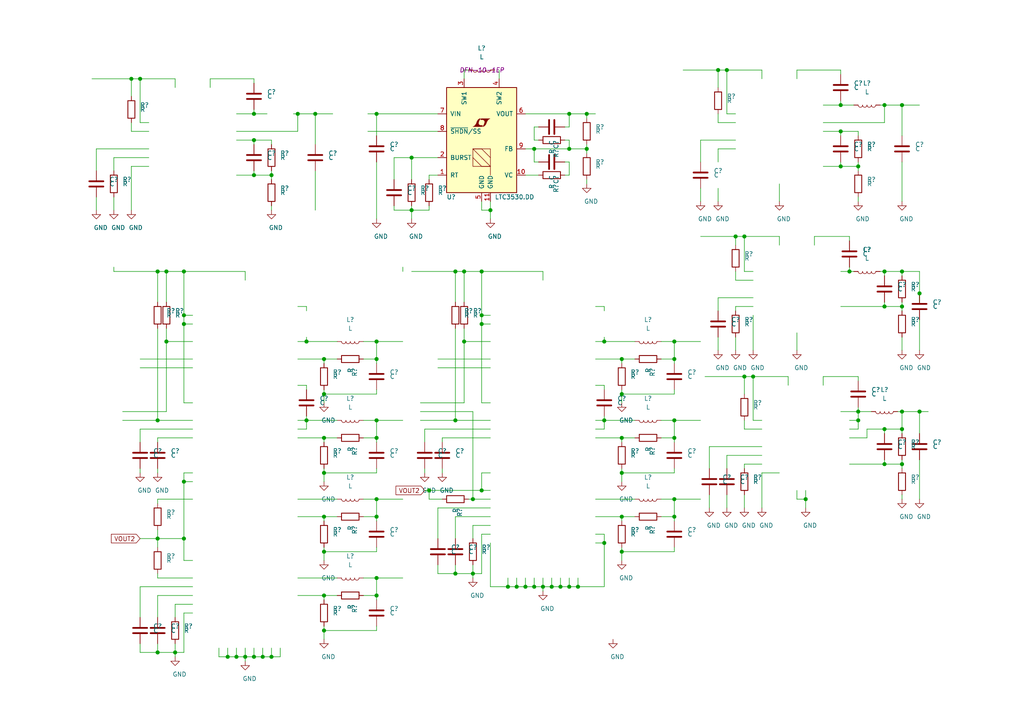
<source format=kicad_sch>
(kicad_sch (version 20201015) (generator eeschema)
  (paper "A4")
  (junction (at 38.1 22.86) (diameter 1.016))
  (junction (at 40.64 22.86) (diameter 1.016))
  (junction (at 45.72 78.74) (diameter 1.016))
  (junction (at 45.72 121.92) (diameter 1.016))
  (junction (at 45.72 156.21) (diameter 1.016))
  (junction (at 45.72 189.23) (diameter 1.016))
  (junction (at 48.26 78.74) (diameter 1.016))
  (junction (at 48.26 99.06) (diameter 1.016))
  (junction (at 50.8 189.23) (diameter 1.016))
  (junction (at 53.34 78.74) (diameter 1.016))
  (junction (at 53.34 91.44) (diameter 1.016))
  (junction (at 53.34 93.98) (diameter 1.016))
  (junction (at 53.34 139.7) (diameter 1.016))
  (junction (at 53.34 156.21) (diameter 1.016))
  (junction (at 66.04 190.5) (diameter 1.016))
  (junction (at 68.58 190.5) (diameter 1.016))
  (junction (at 71.12 190.5) (diameter 1.016))
  (junction (at 73.66 33.02) (diameter 1.016))
  (junction (at 73.66 40.64) (diameter 1.016))
  (junction (at 73.66 50.8) (diameter 1.016))
  (junction (at 73.66 190.5) (diameter 1.016))
  (junction (at 76.2 190.5) (diameter 1.016))
  (junction (at 78.74 50.8) (diameter 1.016))
  (junction (at 78.74 190.5) (diameter 1.016))
  (junction (at 86.36 33.02) (diameter 1.016))
  (junction (at 88.9 99.06) (diameter 1.016))
  (junction (at 88.9 121.92) (diameter 1.016))
  (junction (at 91.44 33.02) (diameter 1.016))
  (junction (at 93.98 104.14) (diameter 1.016))
  (junction (at 93.98 114.3) (diameter 1.016))
  (junction (at 93.98 127) (diameter 1.016))
  (junction (at 93.98 137.16) (diameter 1.016))
  (junction (at 93.98 149.86) (diameter 1.016))
  (junction (at 93.98 160.02) (diameter 1.016))
  (junction (at 93.98 172.72) (diameter 1.016))
  (junction (at 93.98 182.88) (diameter 1.016))
  (junction (at 109.22 33.02) (diameter 1.016))
  (junction (at 109.22 99.06) (diameter 1.016))
  (junction (at 109.22 104.14) (diameter 1.016))
  (junction (at 109.22 121.92) (diameter 1.016))
  (junction (at 109.22 127) (diameter 1.016))
  (junction (at 109.22 144.78) (diameter 1.016))
  (junction (at 109.22 149.86) (diameter 1.016))
  (junction (at 109.22 167.64) (diameter 1.016))
  (junction (at 109.22 172.72) (diameter 1.016))
  (junction (at 119.38 45.72) (diameter 1.016))
  (junction (at 119.38 60.96) (diameter 1.016))
  (junction (at 124.46 142.24) (diameter 1.016))
  (junction (at 132.08 78.74) (diameter 1.016))
  (junction (at 132.08 121.92) (diameter 1.016))
  (junction (at 132.08 166.37) (diameter 1.016))
  (junction (at 134.62 78.74) (diameter 1.016))
  (junction (at 134.62 99.06) (diameter 1.016))
  (junction (at 137.16 144.78) (diameter 1.016))
  (junction (at 137.16 166.37) (diameter 1.016))
  (junction (at 139.7 78.74) (diameter 1.016))
  (junction (at 139.7 91.44) (diameter 1.016))
  (junction (at 139.7 93.98) (diameter 1.016))
  (junction (at 139.7 142.24) (diameter 1.016))
  (junction (at 142.24 60.96) (diameter 1.016))
  (junction (at 147.32 170.18) (diameter 1.016))
  (junction (at 149.86 170.18) (diameter 1.016))
  (junction (at 152.4 170.18) (diameter 1.016))
  (junction (at 154.94 43.18) (diameter 1.016))
  (junction (at 154.94 170.18) (diameter 1.016))
  (junction (at 157.48 170.18) (diameter 1.016))
  (junction (at 160.02 170.18) (diameter 1.016))
  (junction (at 162.56 170.18) (diameter 1.016))
  (junction (at 165.1 33.02) (diameter 1.016))
  (junction (at 165.1 43.18) (diameter 1.016))
  (junction (at 165.1 170.18) (diameter 1.016))
  (junction (at 167.64 170.18) (diameter 1.016))
  (junction (at 170.18 33.02) (diameter 1.016))
  (junction (at 170.18 43.18) (diameter 1.016))
  (junction (at 175.26 99.06) (diameter 1.016))
  (junction (at 175.26 121.92) (diameter 1.016))
  (junction (at 175.26 157.48) (diameter 1.016))
  (junction (at 180.34 104.14) (diameter 1.016))
  (junction (at 180.34 114.3) (diameter 1.016))
  (junction (at 180.34 127) (diameter 1.016))
  (junction (at 180.34 137.16) (diameter 1.016))
  (junction (at 180.34 149.86) (diameter 1.016))
  (junction (at 180.34 160.02) (diameter 1.016))
  (junction (at 195.58 99.06) (diameter 1.016))
  (junction (at 195.58 104.14) (diameter 1.016))
  (junction (at 195.58 121.92) (diameter 1.016))
  (junction (at 195.58 127) (diameter 1.016))
  (junction (at 195.58 144.78) (diameter 1.016))
  (junction (at 195.58 149.86) (diameter 1.016))
  (junction (at 208.28 20.32) (diameter 1.016))
  (junction (at 210.82 20.32) (diameter 1.016))
  (junction (at 213.36 68.58) (diameter 1.016))
  (junction (at 215.9 68.58) (diameter 1.016))
  (junction (at 215.9 109.22) (diameter 1.016))
  (junction (at 218.44 109.22) (diameter 1.016))
  (junction (at 233.68 144.78) (diameter 1.016))
  (junction (at 243.84 30.48) (diameter 1.016))
  (junction (at 243.84 38.1) (diameter 1.016))
  (junction (at 243.84 48.26) (diameter 1.016))
  (junction (at 246.38 78.74) (diameter 1.016))
  (junction (at 248.92 48.26) (diameter 1.016))
  (junction (at 248.92 119.38) (diameter 1.016))
  (junction (at 248.92 121.92) (diameter 1.016))
  (junction (at 256.54 30.48) (diameter 1.016))
  (junction (at 256.54 78.74) (diameter 1.016))
  (junction (at 256.54 88.9) (diameter 1.016))
  (junction (at 256.54 124.46) (diameter 1.016))
  (junction (at 256.54 134.62) (diameter 1.016))
  (junction (at 261.62 30.48) (diameter 1.016))
  (junction (at 261.62 78.74) (diameter 1.016))
  (junction (at 261.62 88.9) (diameter 1.016))
  (junction (at 261.62 119.38) (diameter 1.016))
  (junction (at 261.62 124.46) (diameter 1.016))
  (junction (at 261.62 134.62) (diameter 1.016))
  (junction (at 266.7 85.09) (diameter 1.016))
  (junction (at 266.7 119.38) (diameter 1.016))
  (wire (pts (xy 26.67 22.86) (xy 38.1 22.86)))
  (wire (pts (xy 27.94 43.18) (xy 43.18 43.18)))
  (wire (pts (xy 27.94 49.53) (xy 27.94 43.18)))
  (wire (pts (xy 27.94 60.96) (xy 27.94 57.15)))
  (wire (pts (xy 33.02 45.72) (xy 43.18 45.72)))
  (wire (pts (xy 33.02 49.53) (xy 33.02 45.72)))
  (wire (pts (xy 33.02 60.96) (xy 33.02 57.15)))
  (wire (pts (xy 33.02 78.74) (xy 33.02 77.47)))
  (wire (pts (xy 33.02 78.74) (xy 45.72 78.74)))
  (wire (pts (xy 35.56 121.92) (xy 45.72 121.92)))
  (wire (pts (xy 38.1 22.86) (xy 40.64 22.86)))
  (wire (pts (xy 38.1 27.94) (xy 38.1 22.86)))
  (wire (pts (xy 38.1 35.56) (xy 38.1 38.1)))
  (wire (pts (xy 38.1 38.1) (xy 43.18 38.1)))
  (wire (pts (xy 38.1 48.26) (xy 38.1 60.96)))
  (wire (pts (xy 38.1 48.26) (xy 43.18 48.26)))
  (wire (pts (xy 40.64 22.86) (xy 40.64 35.56)))
  (wire (pts (xy 40.64 22.86) (xy 50.8 22.86)))
  (wire (pts (xy 40.64 35.56) (xy 43.18 35.56)))
  (wire (pts (xy 40.64 124.46) (xy 55.88 124.46)))
  (wire (pts (xy 40.64 128.27) (xy 40.64 124.46)))
  (wire (pts (xy 40.64 137.16) (xy 40.64 135.89)))
  (wire (pts (xy 40.64 156.21) (xy 45.72 156.21)))
  (wire (pts (xy 40.64 170.18) (xy 40.64 179.07)))
  (wire (pts (xy 40.64 186.69) (xy 40.64 189.23)))
  (wire (pts (xy 40.64 189.23) (xy 45.72 189.23)))
  (wire (pts (xy 45.72 78.74) (xy 45.72 87.63)))
  (wire (pts (xy 45.72 78.74) (xy 48.26 78.74)))
  (wire (pts (xy 45.72 95.25) (xy 45.72 121.92)))
  (wire (pts (xy 45.72 121.92) (xy 55.88 121.92)))
  (wire (pts (xy 45.72 127) (xy 45.72 128.27)))
  (wire (pts (xy 45.72 137.16) (xy 45.72 135.89)))
  (wire (pts (xy 45.72 144.78) (xy 45.72 146.05)))
  (wire (pts (xy 45.72 153.67) (xy 45.72 156.21)))
  (wire (pts (xy 45.72 156.21) (xy 45.72 158.75)))
  (wire (pts (xy 45.72 156.21) (xy 53.34 156.21)))
  (wire (pts (xy 45.72 166.37) (xy 45.72 167.64)))
  (wire (pts (xy 45.72 167.64) (xy 55.88 167.64)))
  (wire (pts (xy 45.72 172.72) (xy 55.88 172.72)))
  (wire (pts (xy 45.72 179.07) (xy 45.72 172.72)))
  (wire (pts (xy 45.72 186.69) (xy 45.72 189.23)))
  (wire (pts (xy 45.72 189.23) (xy 50.8 189.23)))
  (wire (pts (xy 48.26 78.74) (xy 53.34 78.74)))
  (wire (pts (xy 48.26 87.63) (xy 48.26 78.74)))
  (wire (pts (xy 48.26 95.25) (xy 48.26 99.06)))
  (wire (pts (xy 48.26 99.06) (xy 48.26 119.38)))
  (wire (pts (xy 48.26 119.38) (xy 35.56 119.38)))
  (wire (pts (xy 50.8 22.86) (xy 50.8 25.4)))
  (wire (pts (xy 50.8 175.26) (xy 50.8 179.07)))
  (wire (pts (xy 50.8 186.69) (xy 50.8 189.23)))
  (wire (pts (xy 50.8 189.23) (xy 50.8 190.5)))
  (wire (pts (xy 50.8 189.23) (xy 53.34 189.23)))
  (wire (pts (xy 53.34 78.74) (xy 53.34 91.44)))
  (wire (pts (xy 53.34 78.74) (xy 71.12 78.74)))
  (wire (pts (xy 53.34 91.44) (xy 53.34 93.98)))
  (wire (pts (xy 53.34 93.98) (xy 53.34 116.84)))
  (wire (pts (xy 53.34 93.98) (xy 55.88 93.98)))
  (wire (pts (xy 53.34 116.84) (xy 55.88 116.84)))
  (wire (pts (xy 53.34 137.16) (xy 53.34 139.7)))
  (wire (pts (xy 53.34 139.7) (xy 53.34 156.21)))
  (wire (pts (xy 53.34 156.21) (xy 53.34 162.56)))
  (wire (pts (xy 53.34 162.56) (xy 55.88 162.56)))
  (wire (pts (xy 53.34 177.8) (xy 55.88 177.8)))
  (wire (pts (xy 53.34 189.23) (xy 53.34 177.8)))
  (wire (pts (xy 55.88 91.44) (xy 53.34 91.44)))
  (wire (pts (xy 55.88 99.06) (xy 48.26 99.06)))
  (wire (pts (xy 55.88 104.14) (xy 40.64 104.14)))
  (wire (pts (xy 55.88 106.68) (xy 40.64 106.68)))
  (wire (pts (xy 55.88 127) (xy 45.72 127)))
  (wire (pts (xy 55.88 137.16) (xy 53.34 137.16)))
  (wire (pts (xy 55.88 139.7) (xy 53.34 139.7)))
  (wire (pts (xy 55.88 144.78) (xy 45.72 144.78)))
  (wire (pts (xy 55.88 170.18) (xy 40.64 170.18)))
  (wire (pts (xy 55.88 175.26) (xy 50.8 175.26)))
  (wire (pts (xy 60.96 22.86) (xy 60.96 25.4)))
  (wire (pts (xy 60.96 22.86) (xy 73.66 22.86)))
  (wire (pts (xy 63.5 187.96) (xy 63.5 190.5)))
  (wire (pts (xy 63.5 190.5) (xy 66.04 190.5)))
  (wire (pts (xy 66.04 187.96) (xy 66.04 190.5)))
  (wire (pts (xy 66.04 190.5) (xy 68.58 190.5)))
  (wire (pts (xy 68.58 33.02) (xy 73.66 33.02)))
  (wire (pts (xy 68.58 38.1) (xy 86.36 38.1)))
  (wire (pts (xy 68.58 40.64) (xy 73.66 40.64)))
  (wire (pts (xy 68.58 50.8) (xy 73.66 50.8)))
  (wire (pts (xy 68.58 187.96) (xy 68.58 190.5)))
  (wire (pts (xy 68.58 190.5) (xy 71.12 190.5)))
  (wire (pts (xy 71.12 78.74) (xy 71.12 81.28)))
  (wire (pts (xy 71.12 187.96) (xy 71.12 190.5)))
  (wire (pts (xy 71.12 190.5) (xy 71.12 191.77)))
  (wire (pts (xy 71.12 190.5) (xy 73.66 190.5)))
  (wire (pts (xy 73.66 22.86) (xy 73.66 24.13)))
  (wire (pts (xy 73.66 31.75) (xy 73.66 33.02)))
  (wire (pts (xy 73.66 33.02) (xy 77.47 33.02)))
  (wire (pts (xy 73.66 40.64) (xy 78.74 40.64)))
  (wire (pts (xy 73.66 41.91) (xy 73.66 40.64)))
  (wire (pts (xy 73.66 50.8) (xy 73.66 49.53)))
  (wire (pts (xy 73.66 50.8) (xy 78.74 50.8)))
  (wire (pts (xy 73.66 187.96) (xy 73.66 190.5)))
  (wire (pts (xy 73.66 190.5) (xy 76.2 190.5)))
  (wire (pts (xy 76.2 187.96) (xy 76.2 190.5)))
  (wire (pts (xy 76.2 190.5) (xy 78.74 190.5)))
  (wire (pts (xy 78.74 40.64) (xy 78.74 41.91)))
  (wire (pts (xy 78.74 49.53) (xy 78.74 50.8)))
  (wire (pts (xy 78.74 50.8) (xy 78.74 52.07)))
  (wire (pts (xy 78.74 59.69) (xy 78.74 60.96)))
  (wire (pts (xy 78.74 187.96) (xy 78.74 190.5)))
  (wire (pts (xy 78.74 190.5) (xy 81.28 190.5)))
  (wire (pts (xy 81.28 190.5) (xy 81.28 187.96)))
  (wire (pts (xy 85.09 33.02) (xy 86.36 33.02)))
  (wire (pts (xy 86.36 33.02) (xy 91.44 33.02)))
  (wire (pts (xy 86.36 38.1) (xy 86.36 33.02)))
  (wire (pts (xy 86.36 99.06) (xy 88.9 99.06)))
  (wire (pts (xy 86.36 104.14) (xy 93.98 104.14)))
  (wire (pts (xy 86.36 121.92) (xy 88.9 121.92)))
  (wire (pts (xy 86.36 127) (xy 93.98 127)))
  (wire (pts (xy 86.36 144.78) (xy 97.79 144.78)))
  (wire (pts (xy 86.36 149.86) (xy 93.98 149.86)))
  (wire (pts (xy 86.36 167.64) (xy 97.79 167.64)))
  (wire (pts (xy 86.36 172.72) (xy 93.98 172.72)))
  (wire (pts (xy 88.9 88.9) (xy 86.36 88.9)))
  (wire (pts (xy 88.9 90.17) (xy 88.9 88.9)))
  (wire (pts (xy 88.9 97.79) (xy 88.9 99.06)))
  (wire (pts (xy 88.9 99.06) (xy 97.79 99.06)))
  (wire (pts (xy 88.9 111.76) (xy 86.36 111.76)))
  (wire (pts (xy 88.9 113.03) (xy 88.9 111.76)))
  (wire (pts (xy 88.9 120.65) (xy 88.9 121.92)))
  (wire (pts (xy 88.9 121.92) (xy 88.9 124.46)))
  (wire (pts (xy 88.9 121.92) (xy 97.79 121.92)))
  (wire (pts (xy 88.9 124.46) (xy 86.36 124.46)))
  (wire (pts (xy 91.44 33.02) (xy 91.44 41.91)))
  (wire (pts (xy 91.44 33.02) (xy 96.52 33.02)))
  (wire (pts (xy 91.44 60.96) (xy 91.44 49.53)))
  (wire (pts (xy 93.98 104.14) (xy 97.79 104.14)))
  (wire (pts (xy 93.98 105.41) (xy 93.98 104.14)))
  (wire (pts (xy 93.98 113.03) (xy 93.98 114.3)))
  (wire (pts (xy 93.98 114.3) (xy 93.98 116.84)))
  (wire (pts (xy 93.98 114.3) (xy 109.22 114.3)))
  (wire (pts (xy 93.98 127) (xy 97.79 127)))
  (wire (pts (xy 93.98 128.27) (xy 93.98 127)))
  (wire (pts (xy 93.98 135.89) (xy 93.98 137.16)))
  (wire (pts (xy 93.98 137.16) (xy 93.98 139.7)))
  (wire (pts (xy 93.98 137.16) (xy 109.22 137.16)))
  (wire (pts (xy 93.98 149.86) (xy 97.79 149.86)))
  (wire (pts (xy 93.98 151.13) (xy 93.98 149.86)))
  (wire (pts (xy 93.98 158.75) (xy 93.98 160.02)))
  (wire (pts (xy 93.98 160.02) (xy 93.98 162.56)))
  (wire (pts (xy 93.98 160.02) (xy 109.22 160.02)))
  (wire (pts (xy 93.98 172.72) (xy 97.79 172.72)))
  (wire (pts (xy 93.98 173.99) (xy 93.98 172.72)))
  (wire (pts (xy 93.98 181.61) (xy 93.98 182.88)))
  (wire (pts (xy 93.98 182.88) (xy 93.98 185.42)))
  (wire (pts (xy 93.98 182.88) (xy 109.22 182.88)))
  (wire (pts (xy 105.41 99.06) (xy 109.22 99.06)))
  (wire (pts (xy 105.41 104.14) (xy 109.22 104.14)))
  (wire (pts (xy 105.41 121.92) (xy 109.22 121.92)))
  (wire (pts (xy 105.41 127) (xy 109.22 127)))
  (wire (pts (xy 105.41 144.78) (xy 109.22 144.78)))
  (wire (pts (xy 105.41 149.86) (xy 109.22 149.86)))
  (wire (pts (xy 105.41 167.64) (xy 109.22 167.64)))
  (wire (pts (xy 105.41 172.72) (xy 109.22 172.72)))
  (wire (pts (xy 106.68 33.02) (xy 109.22 33.02)))
  (wire (pts (xy 106.68 38.1) (xy 127 38.1)))
  (wire (pts (xy 109.22 33.02) (xy 127 33.02)))
  (wire (pts (xy 109.22 39.37) (xy 109.22 33.02)))
  (wire (pts (xy 109.22 46.99) (xy 109.22 63.5)))
  (wire (pts (xy 109.22 99.06) (xy 109.22 104.14)))
  (wire (pts (xy 109.22 99.06) (xy 116.84 99.06)))
  (wire (pts (xy 109.22 104.14) (xy 109.22 105.41)))
  (wire (pts (xy 109.22 114.3) (xy 109.22 113.03)))
  (wire (pts (xy 109.22 121.92) (xy 109.22 127)))
  (wire (pts (xy 109.22 121.92) (xy 116.84 121.92)))
  (wire (pts (xy 109.22 127) (xy 109.22 128.27)))
  (wire (pts (xy 109.22 137.16) (xy 109.22 135.89)))
  (wire (pts (xy 109.22 144.78) (xy 109.22 149.86)))
  (wire (pts (xy 109.22 144.78) (xy 116.84 144.78)))
  (wire (pts (xy 109.22 149.86) (xy 109.22 151.13)))
  (wire (pts (xy 109.22 160.02) (xy 109.22 158.75)))
  (wire (pts (xy 109.22 167.64) (xy 109.22 172.72)))
  (wire (pts (xy 109.22 167.64) (xy 116.84 167.64)))
  (wire (pts (xy 109.22 172.72) (xy 109.22 173.99)))
  (wire (pts (xy 109.22 182.88) (xy 109.22 181.61)))
  (wire (pts (xy 114.3 45.72) (xy 119.38 45.72)))
  (wire (pts (xy 114.3 52.07) (xy 114.3 45.72)))
  (wire (pts (xy 114.3 59.69) (xy 114.3 60.96)))
  (wire (pts (xy 114.3 60.96) (xy 119.38 60.96)))
  (wire (pts (xy 116.84 78.74) (xy 116.84 77.47)))
  (wire (pts (xy 119.38 45.72) (xy 119.38 52.07)))
  (wire (pts (xy 119.38 45.72) (xy 127 45.72)))
  (wire (pts (xy 119.38 59.69) (xy 119.38 60.96)))
  (wire (pts (xy 119.38 60.96) (xy 119.38 63.5)))
  (wire (pts (xy 119.38 60.96) (xy 124.46 60.96)))
  (wire (pts (xy 119.38 78.74) (xy 132.08 78.74)))
  (wire (pts (xy 121.92 121.92) (xy 132.08 121.92)))
  (wire (pts (xy 123.19 124.46) (xy 142.24 124.46)))
  (wire (pts (xy 123.19 128.27) (xy 123.19 124.46)))
  (wire (pts (xy 123.19 137.16) (xy 123.19 135.89)))
  (wire (pts (xy 123.19 142.24) (xy 124.46 142.24)))
  (wire (pts (xy 124.46 50.8) (xy 124.46 52.07)))
  (wire (pts (xy 124.46 60.96) (xy 124.46 59.69)))
  (wire (pts (xy 124.46 142.24) (xy 124.46 144.78)))
  (wire (pts (xy 124.46 142.24) (xy 139.7 142.24)))
  (wire (pts (xy 124.46 144.78) (xy 128.27 144.78)))
  (wire (pts (xy 127 50.8) (xy 124.46 50.8)))
  (wire (pts (xy 127 147.32) (xy 127 156.21)))
  (wire (pts (xy 127 163.83) (xy 127 166.37)))
  (wire (pts (xy 127 166.37) (xy 132.08 166.37)))
  (wire (pts (xy 128.27 127) (xy 128.27 128.27)))
  (wire (pts (xy 128.27 137.16) (xy 128.27 135.89)))
  (wire (pts (xy 132.08 78.74) (xy 132.08 87.63)))
  (wire (pts (xy 132.08 78.74) (xy 134.62 78.74)))
  (wire (pts (xy 132.08 95.25) (xy 132.08 121.92)))
  (wire (pts (xy 132.08 121.92) (xy 142.24 121.92)))
  (wire (pts (xy 132.08 149.86) (xy 142.24 149.86)))
  (wire (pts (xy 132.08 156.21) (xy 132.08 149.86)))
  (wire (pts (xy 132.08 163.83) (xy 132.08 166.37)))
  (wire (pts (xy 132.08 166.37) (xy 137.16 166.37)))
  (wire (pts (xy 134.62 20.32) (xy 135.89 20.32)))
  (wire (pts (xy 134.62 22.86) (xy 134.62 20.32)))
  (wire (pts (xy 134.62 78.74) (xy 139.7 78.74)))
  (wire (pts (xy 134.62 87.63) (xy 134.62 78.74)))
  (wire (pts (xy 134.62 95.25) (xy 134.62 99.06)))
  (wire (pts (xy 134.62 99.06) (xy 134.62 116.84)))
  (wire (pts (xy 134.62 116.84) (xy 121.92 116.84)))
  (wire (pts (xy 135.89 144.78) (xy 137.16 144.78)))
  (wire (pts (xy 137.16 119.38) (xy 121.92 119.38)))
  (wire (pts (xy 137.16 144.78) (xy 137.16 119.38)))
  (wire (pts (xy 137.16 144.78) (xy 142.24 144.78)))
  (wire (pts (xy 137.16 152.4) (xy 137.16 156.21)))
  (wire (pts (xy 137.16 163.83) (xy 137.16 166.37)))
  (wire (pts (xy 137.16 166.37) (xy 137.16 167.64)))
  (wire (pts (xy 137.16 166.37) (xy 139.7 166.37)))
  (wire (pts (xy 139.7 58.42) (xy 139.7 60.96)))
  (wire (pts (xy 139.7 60.96) (xy 142.24 60.96)))
  (wire (pts (xy 139.7 78.74) (xy 139.7 91.44)))
  (wire (pts (xy 139.7 78.74) (xy 157.48 78.74)))
  (wire (pts (xy 139.7 91.44) (xy 139.7 93.98)))
  (wire (pts (xy 139.7 93.98) (xy 139.7 116.84)))
  (wire (pts (xy 139.7 93.98) (xy 142.24 93.98)))
  (wire (pts (xy 139.7 116.84) (xy 142.24 116.84)))
  (wire (pts (xy 139.7 137.16) (xy 139.7 142.24)))
  (wire (pts (xy 139.7 142.24) (xy 142.24 142.24)))
  (wire (pts (xy 139.7 154.94) (xy 142.24 154.94)))
  (wire (pts (xy 139.7 166.37) (xy 139.7 154.94)))
  (wire (pts (xy 142.24 58.42) (xy 142.24 60.96)))
  (wire (pts (xy 142.24 60.96) (xy 142.24 63.5)))
  (wire (pts (xy 142.24 91.44) (xy 139.7 91.44)))
  (wire (pts (xy 142.24 99.06) (xy 134.62 99.06)))
  (wire (pts (xy 142.24 104.14) (xy 127 104.14)))
  (wire (pts (xy 142.24 106.68) (xy 127 106.68)))
  (wire (pts (xy 142.24 127) (xy 128.27 127)))
  (wire (pts (xy 142.24 137.16) (xy 139.7 137.16)))
  (wire (pts (xy 142.24 147.32) (xy 127 147.32)))
  (wire (pts (xy 142.24 152.4) (xy 137.16 152.4)))
  (wire (pts (xy 142.24 170.18) (xy 142.24 157.48)))
  (wire (pts (xy 142.24 170.18) (xy 147.32 170.18)))
  (wire (pts (xy 144.78 20.32) (xy 144.78 22.86)))
  (wire (pts (xy 147.32 167.64) (xy 147.32 170.18)))
  (wire (pts (xy 147.32 170.18) (xy 149.86 170.18)))
  (wire (pts (xy 149.86 170.18) (xy 149.86 167.64)))
  (wire (pts (xy 149.86 170.18) (xy 152.4 170.18)))
  (wire (pts (xy 152.4 33.02) (xy 165.1 33.02)))
  (wire (pts (xy 152.4 43.18) (xy 154.94 43.18)))
  (wire (pts (xy 152.4 50.8) (xy 156.21 50.8)))
  (wire (pts (xy 152.4 167.64) (xy 152.4 170.18)))
  (wire (pts (xy 152.4 170.18) (xy 154.94 170.18)))
  (wire (pts (xy 154.94 36.83) (xy 156.21 36.83)))
  (wire (pts (xy 154.94 40.64) (xy 154.94 36.83)))
  (wire (pts (xy 154.94 43.18) (xy 165.1 43.18)))
  (wire (pts (xy 154.94 46.99) (xy 154.94 43.18)))
  (wire (pts (xy 154.94 167.64) (xy 154.94 170.18)))
  (wire (pts (xy 154.94 170.18) (xy 157.48 170.18)))
  (wire (pts (xy 156.21 40.64) (xy 154.94 40.64)))
  (wire (pts (xy 156.21 46.99) (xy 154.94 46.99)))
  (wire (pts (xy 157.48 78.74) (xy 157.48 81.28)))
  (wire (pts (xy 157.48 167.64) (xy 157.48 170.18)))
  (wire (pts (xy 157.48 170.18) (xy 157.48 171.45)))
  (wire (pts (xy 157.48 170.18) (xy 160.02 170.18)))
  (wire (pts (xy 160.02 167.64) (xy 160.02 170.18)))
  (wire (pts (xy 160.02 170.18) (xy 162.56 170.18)))
  (wire (pts (xy 162.56 167.64) (xy 162.56 170.18)))
  (wire (pts (xy 162.56 170.18) (xy 165.1 170.18)))
  (wire (pts (xy 163.83 36.83) (xy 165.1 36.83)))
  (wire (pts (xy 163.83 50.8) (xy 165.1 50.8)))
  (wire (pts (xy 165.1 33.02) (xy 170.18 33.02)))
  (wire (pts (xy 165.1 36.83) (xy 165.1 33.02)))
  (wire (pts (xy 165.1 40.64) (xy 163.83 40.64)))
  (wire (pts (xy 165.1 43.18) (xy 165.1 40.64)))
  (wire (pts (xy 165.1 43.18) (xy 170.18 43.18)))
  (wire (pts (xy 165.1 46.99) (xy 163.83 46.99)))
  (wire (pts (xy 165.1 50.8) (xy 165.1 46.99)))
  (wire (pts (xy 165.1 167.64) (xy 165.1 170.18)))
  (wire (pts (xy 165.1 170.18) (xy 167.64 170.18)))
  (wire (pts (xy 167.64 170.18) (xy 167.64 167.64)))
  (wire (pts (xy 167.64 170.18) (xy 175.26 170.18)))
  (wire (pts (xy 170.18 33.02) (xy 172.72 33.02)))
  (wire (pts (xy 170.18 34.29) (xy 170.18 33.02)))
  (wire (pts (xy 170.18 41.91) (xy 170.18 43.18)))
  (wire (pts (xy 170.18 43.18) (xy 170.18 44.45)))
  (wire (pts (xy 170.18 52.07) (xy 170.18 53.34)))
  (wire (pts (xy 172.72 99.06) (xy 175.26 99.06)))
  (wire (pts (xy 172.72 104.14) (xy 180.34 104.14)))
  (wire (pts (xy 172.72 121.92) (xy 175.26 121.92)))
  (wire (pts (xy 172.72 127) (xy 180.34 127)))
  (wire (pts (xy 172.72 144.78) (xy 184.15 144.78)))
  (wire (pts (xy 172.72 149.86) (xy 180.34 149.86)))
  (wire (pts (xy 172.72 154.94) (xy 175.26 154.94)))
  (wire (pts (xy 172.72 157.48) (xy 175.26 157.48)))
  (wire (pts (xy 175.26 88.9) (xy 172.72 88.9)))
  (wire (pts (xy 175.26 90.17) (xy 175.26 88.9)))
  (wire (pts (xy 175.26 97.79) (xy 175.26 99.06)))
  (wire (pts (xy 175.26 99.06) (xy 184.15 99.06)))
  (wire (pts (xy 175.26 111.76) (xy 172.72 111.76)))
  (wire (pts (xy 175.26 113.03) (xy 175.26 111.76)))
  (wire (pts (xy 175.26 120.65) (xy 175.26 121.92)))
  (wire (pts (xy 175.26 121.92) (xy 175.26 124.46)))
  (wire (pts (xy 175.26 121.92) (xy 184.15 121.92)))
  (wire (pts (xy 175.26 124.46) (xy 172.72 124.46)))
  (wire (pts (xy 175.26 154.94) (xy 175.26 157.48)))
  (wire (pts (xy 175.26 157.48) (xy 175.26 170.18)))
  (wire (pts (xy 180.34 104.14) (xy 184.15 104.14)))
  (wire (pts (xy 180.34 105.41) (xy 180.34 104.14)))
  (wire (pts (xy 180.34 113.03) (xy 180.34 114.3)))
  (wire (pts (xy 180.34 114.3) (xy 180.34 116.84)))
  (wire (pts (xy 180.34 114.3) (xy 195.58 114.3)))
  (wire (pts (xy 180.34 127) (xy 184.15 127)))
  (wire (pts (xy 180.34 128.27) (xy 180.34 127)))
  (wire (pts (xy 180.34 135.89) (xy 180.34 137.16)))
  (wire (pts (xy 180.34 137.16) (xy 180.34 139.7)))
  (wire (pts (xy 180.34 137.16) (xy 195.58 137.16)))
  (wire (pts (xy 180.34 149.86) (xy 184.15 149.86)))
  (wire (pts (xy 180.34 151.13) (xy 180.34 149.86)))
  (wire (pts (xy 180.34 158.75) (xy 180.34 160.02)))
  (wire (pts (xy 180.34 160.02) (xy 180.34 162.56)))
  (wire (pts (xy 180.34 160.02) (xy 195.58 160.02)))
  (wire (pts (xy 191.77 99.06) (xy 195.58 99.06)))
  (wire (pts (xy 191.77 104.14) (xy 195.58 104.14)))
  (wire (pts (xy 191.77 121.92) (xy 195.58 121.92)))
  (wire (pts (xy 191.77 127) (xy 195.58 127)))
  (wire (pts (xy 191.77 144.78) (xy 195.58 144.78)))
  (wire (pts (xy 191.77 149.86) (xy 195.58 149.86)))
  (wire (pts (xy 195.58 99.06) (xy 195.58 104.14)))
  (wire (pts (xy 195.58 99.06) (xy 203.2 99.06)))
  (wire (pts (xy 195.58 104.14) (xy 195.58 105.41)))
  (wire (pts (xy 195.58 114.3) (xy 195.58 113.03)))
  (wire (pts (xy 195.58 121.92) (xy 195.58 127)))
  (wire (pts (xy 195.58 121.92) (xy 203.2 121.92)))
  (wire (pts (xy 195.58 127) (xy 195.58 128.27)))
  (wire (pts (xy 195.58 137.16) (xy 195.58 135.89)))
  (wire (pts (xy 195.58 144.78) (xy 195.58 149.86)))
  (wire (pts (xy 195.58 144.78) (xy 203.2 144.78)))
  (wire (pts (xy 195.58 149.86) (xy 195.58 151.13)))
  (wire (pts (xy 195.58 160.02) (xy 195.58 158.75)))
  (wire (pts (xy 198.12 20.32) (xy 208.28 20.32)))
  (wire (pts (xy 203.2 40.64) (xy 213.36 40.64)))
  (wire (pts (xy 203.2 46.99) (xy 203.2 40.64)))
  (wire (pts (xy 203.2 58.42) (xy 203.2 54.61)))
  (wire (pts (xy 203.2 68.58) (xy 213.36 68.58)))
  (wire (pts (xy 204.47 109.22) (xy 215.9 109.22)))
  (wire (pts (xy 205.74 129.54) (xy 220.98 129.54)))
  (wire (pts (xy 205.74 135.89) (xy 205.74 129.54)))
  (wire (pts (xy 205.74 143.51) (xy 205.74 147.32)))
  (wire (pts (xy 208.28 20.32) (xy 210.82 20.32)))
  (wire (pts (xy 208.28 25.4) (xy 208.28 20.32)))
  (wire (pts (xy 208.28 33.02) (xy 208.28 35.56)))
  (wire (pts (xy 208.28 35.56) (xy 213.36 35.56)))
  (wire (pts (xy 208.28 43.18) (xy 213.36 43.18)))
  (wire (pts (xy 208.28 46.99) (xy 208.28 43.18)))
  (wire (pts (xy 208.28 58.42) (xy 208.28 54.61)))
  (wire (pts (xy 208.28 86.36) (xy 208.28 90.17)))
  (wire (pts (xy 208.28 86.36) (xy 218.44 86.36)))
  (wire (pts (xy 208.28 101.6) (xy 208.28 97.79)))
  (wire (pts (xy 210.82 20.32) (xy 210.82 33.02)))
  (wire (pts (xy 210.82 20.32) (xy 220.98 20.32)))
  (wire (pts (xy 210.82 33.02) (xy 213.36 33.02)))
  (wire (pts (xy 210.82 132.08) (xy 220.98 132.08)))
  (wire (pts (xy 210.82 135.89) (xy 210.82 132.08)))
  (wire (pts (xy 210.82 147.32) (xy 210.82 143.51)))
  (wire (pts (xy 213.36 68.58) (xy 215.9 68.58)))
  (wire (pts (xy 213.36 71.12) (xy 213.36 68.58)))
  (wire (pts (xy 213.36 78.74) (xy 213.36 81.28)))
  (wire (pts (xy 213.36 81.28) (xy 218.44 81.28)))
  (wire (pts (xy 213.36 88.9) (xy 213.36 90.17)))
  (wire (pts (xy 213.36 88.9) (xy 218.44 88.9)))
  (wire (pts (xy 213.36 101.6) (xy 213.36 97.79)))
  (wire (pts (xy 215.9 68.58) (xy 215.9 78.74)))
  (wire (pts (xy 215.9 68.58) (xy 226.06 68.58)))
  (wire (pts (xy 215.9 78.74) (xy 218.44 78.74)))
  (wire (pts (xy 215.9 109.22) (xy 218.44 109.22)))
  (wire (pts (xy 215.9 114.3) (xy 215.9 109.22)))
  (wire (pts (xy 215.9 121.92) (xy 215.9 124.46)))
  (wire (pts (xy 215.9 124.46) (xy 220.98 124.46)))
  (wire (pts (xy 215.9 134.62) (xy 220.98 134.62)))
  (wire (pts (xy 215.9 135.89) (xy 215.9 134.62)))
  (wire (pts (xy 215.9 147.32) (xy 215.9 143.51)))
  (wire (pts (xy 218.44 101.6) (xy 218.44 91.44)))
  (wire (pts (xy 218.44 109.22) (xy 218.44 121.92)))
  (wire (pts (xy 218.44 109.22) (xy 228.6 109.22)))
  (wire (pts (xy 218.44 121.92) (xy 220.98 121.92)))
  (wire (pts (xy 220.98 20.32) (xy 220.98 22.86)))
  (wire (pts (xy 220.98 137.16) (xy 220.98 147.32)))
  (wire (pts (xy 220.98 137.16) (xy 226.06 137.16)))
  (wire (pts (xy 226.06 53.34) (xy 226.06 58.42)))
  (wire (pts (xy 226.06 68.58) (xy 226.06 71.12)))
  (wire (pts (xy 228.6 109.22) (xy 228.6 111.76)))
  (wire (pts (xy 231.14 20.32) (xy 231.14 22.86)))
  (wire (pts (xy 231.14 20.32) (xy 243.84 20.32)))
  (wire (pts (xy 231.14 96.52) (xy 231.14 101.6)))
  (wire (pts (xy 231.14 142.24) (xy 231.14 144.78)))
  (wire (pts (xy 231.14 144.78) (xy 233.68 144.78)))
  (wire (pts (xy 233.68 142.24) (xy 233.68 144.78)))
  (wire (pts (xy 233.68 144.78) (xy 233.68 147.32)))
  (wire (pts (xy 236.22 68.58) (xy 236.22 71.12)))
  (wire (pts (xy 236.22 68.58) (xy 246.38 68.58)))
  (wire (pts (xy 238.76 30.48) (xy 243.84 30.48)))
  (wire (pts (xy 238.76 35.56) (xy 256.54 35.56)))
  (wire (pts (xy 238.76 38.1) (xy 243.84 38.1)))
  (wire (pts (xy 238.76 48.26) (xy 243.84 48.26)))
  (wire (pts (xy 238.76 109.22) (xy 238.76 111.76)))
  (wire (pts (xy 238.76 109.22) (xy 248.92 109.22)))
  (wire (pts (xy 243.84 20.32) (xy 243.84 21.59)))
  (wire (pts (xy 243.84 29.21) (xy 243.84 30.48)))
  (wire (pts (xy 243.84 30.48) (xy 247.65 30.48)))
  (wire (pts (xy 243.84 38.1) (xy 248.92 38.1)))
  (wire (pts (xy 243.84 39.37) (xy 243.84 38.1)))
  (wire (pts (xy 243.84 48.26) (xy 243.84 46.99)))
  (wire (pts (xy 243.84 48.26) (xy 248.92 48.26)))
  (wire (pts (xy 243.84 78.74) (xy 246.38 78.74)))
  (wire (pts (xy 243.84 88.9) (xy 256.54 88.9)))
  (wire (pts (xy 243.84 119.38) (xy 248.92 119.38)))
  (wire (pts (xy 246.38 68.58) (xy 246.38 69.85)))
  (wire (pts (xy 246.38 77.47) (xy 246.38 78.74)))
  (wire (pts (xy 246.38 78.74) (xy 247.65 78.74)))
  (wire (pts (xy 246.38 121.92) (xy 248.92 121.92)))
  (wire (pts (xy 246.38 127) (xy 251.46 127)))
  (wire (pts (xy 246.38 134.62) (xy 256.54 134.62)))
  (wire (pts (xy 248.92 38.1) (xy 248.92 39.37)))
  (wire (pts (xy 248.92 46.99) (xy 248.92 48.26)))
  (wire (pts (xy 248.92 48.26) (xy 248.92 49.53)))
  (wire (pts (xy 248.92 57.15) (xy 248.92 58.42)))
  (wire (pts (xy 248.92 109.22) (xy 248.92 110.49)))
  (wire (pts (xy 248.92 118.11) (xy 248.92 119.38)))
  (wire (pts (xy 248.92 119.38) (xy 248.92 121.92)))
  (wire (pts (xy 248.92 119.38) (xy 252.73 119.38)))
  (wire (pts (xy 248.92 121.92) (xy 248.92 124.46)))
  (wire (pts (xy 248.92 124.46) (xy 246.38 124.46)))
  (wire (pts (xy 251.46 124.46) (xy 256.54 124.46)))
  (wire (pts (xy 251.46 127) (xy 251.46 124.46)))
  (wire (pts (xy 255.27 30.48) (xy 256.54 30.48)))
  (wire (pts (xy 255.27 78.74) (xy 256.54 78.74)))
  (wire (pts (xy 256.54 30.48) (xy 261.62 30.48)))
  (wire (pts (xy 256.54 35.56) (xy 256.54 30.48)))
  (wire (pts (xy 256.54 78.74) (xy 261.62 78.74)))
  (wire (pts (xy 256.54 80.01) (xy 256.54 78.74)))
  (wire (pts (xy 256.54 88.9) (xy 256.54 87.63)))
  (wire (pts (xy 256.54 88.9) (xy 261.62 88.9)))
  (wire (pts (xy 256.54 124.46) (xy 261.62 124.46)))
  (wire (pts (xy 256.54 125.73) (xy 256.54 124.46)))
  (wire (pts (xy 256.54 134.62) (xy 256.54 133.35)))
  (wire (pts (xy 256.54 134.62) (xy 261.62 134.62)))
  (wire (pts (xy 260.35 119.38) (xy 261.62 119.38)))
  (wire (pts (xy 261.62 30.48) (xy 261.62 39.37)))
  (wire (pts (xy 261.62 30.48) (xy 266.7 30.48)))
  (wire (pts (xy 261.62 58.42) (xy 261.62 46.99)))
  (wire (pts (xy 261.62 78.74) (xy 261.62 80.01)))
  (wire (pts (xy 261.62 78.74) (xy 266.7 78.74)))
  (wire (pts (xy 261.62 87.63) (xy 261.62 88.9)))
  (wire (pts (xy 261.62 88.9) (xy 261.62 90.17)))
  (wire (pts (xy 261.62 97.79) (xy 261.62 101.6)))
  (wire (pts (xy 261.62 119.38) (xy 261.62 124.46)))
  (wire (pts (xy 261.62 119.38) (xy 266.7 119.38)))
  (wire (pts (xy 261.62 124.46) (xy 261.62 125.73)))
  (wire (pts (xy 261.62 133.35) (xy 261.62 134.62)))
  (wire (pts (xy 261.62 134.62) (xy 261.62 135.89)))
  (wire (pts (xy 261.62 143.51) (xy 261.62 144.78)))
  (wire (pts (xy 266.7 78.74) (xy 266.7 85.09)))
  (wire (pts (xy 266.7 85.09) (xy 266.7 87.63)))
  (wire (pts (xy 266.7 101.6) (xy 266.7 92.71)))
  (wire (pts (xy 266.7 119.38) (xy 266.7 125.73)))
  (wire (pts (xy 266.7 119.38) (xy 269.24 119.38)))
  (wire (pts (xy 266.7 144.78) (xy 266.7 133.35)))
  (global_label "VOUT2" (shape input) (at 40.64 156.21 180) (property "Intersheet References" "${INTERSHEET_REFS}" (effects hide)))
  (global_label "VOUT2" (shape input) (at 123.19 142.24 180) (property "Intersheet References" "${INTERSHEET_REFS}" (effects hide)))
  (symbol (lib_id "Device:L") (at 101.6 99.06 270) (unit 1)
    (property "Reference" "L?" (at 101.6 92.71 90))
    (property "Value" "L" (at 101.6 95.25 90))
  )
  (symbol (lib_id "Device:L") (at 101.6 121.92 270) (unit 1)
    (property "Reference" "L?" (at 101.6 115.57 90))
    (property "Value" "L" (at 101.6 118.11 90))
  )
  (symbol (lib_id "Device:L") (at 101.6 144.78 270) (unit 1)
    (property "Reference" "L?" (at 101.6 138.43 90))
    (property "Value" "L" (at 101.6 140.97 90))
  )
  (symbol (lib_id "Device:L") (at 101.6 167.64 270) (unit 1)
    (property "Reference" "L?" (at 101.6 161.29 90))
    (property "Value" "L" (at 101.6 163.83 90))
  )
  (symbol (lib_id "Device:L") (at 139.7 20.32 270) (unit 1)
    (property "Reference" "L?" (at 139.7 13.97 90))
    (property "Value" "L" (at 139.7 16.51 90))
  )
  (symbol (lib_id "Device:L") (at 187.96 99.06 270) (unit 1)
    (property "Reference" "L?" (at 187.96 92.71 90))
    (property "Value" "L" (at 187.96 95.25 90))
  )
  (symbol (lib_id "Device:L") (at 187.96 121.92 270) (unit 1)
    (property "Reference" "L?" (at 187.96 115.57 90))
    (property "Value" "L" (at 187.96 118.11 90))
  )
  (symbol (lib_id "Device:L") (at 187.96 144.78 270) (unit 1)
    (property "Reference" "L?" (at 187.96 138.43 90))
    (property "Value" "L" (at 187.96 140.97 90))
  )
  (symbol (lib_id "Device:L") (at 251.46 30.48 270) (unit 1)
    (property "Reference" "L?" (at 251.46 24.13 90))
    (property "Value" "L" (at 251.46 26.67 90))
  )
  (symbol (lib_id "Device:L") (at 251.46 78.74 270) (unit 1)
    (property "Reference" "L?" (at 251.46 72.39 90))
    (property "Value" "L" (at 251.46 74.93 90))
  )
  (symbol (lib_id "Device:L") (at 256.54 119.38 270) (unit 1)
    (property "Reference" "L?" (at 256.54 113.03 90))
    (property "Value" "L" (at 256.54 115.57 90))
  )
  (symbol (lib_id "power:GND") (at 27.94 60.96 0) (unit 1)
    (property "Reference" "#PWR?" (effects hide))
    (property "Value" "GND" (at 29.21 66.04 0))
  )
  (symbol (lib_id "power:GND") (at 33.02 60.96 0) (unit 1)
    (property "Reference" "#PWR?" (effects hide))
    (property "Value" "GND" (at 34.29 66.04 0))
  )
  (symbol (lib_id "power:GND") (at 38.1 60.96 0) (unit 1)
    (property "Reference" "#PWR?" (effects hide))
    (property "Value" "GND" (at 39.37 66.04 0))
  )
  (symbol (lib_id "power:GND") (at 40.64 137.16 0) (unit 1)
    (property "Reference" "#PWR?" (effects hide))
    (property "Value" "GND" (at 41.91 142.24 0))
  )
  (symbol (lib_id "power:GND") (at 45.72 137.16 0) (unit 1)
    (property "Reference" "#PWR?" (effects hide))
    (property "Value" "GND" (at 46.99 142.24 0))
  )
  (symbol (lib_id "power:GND") (at 50.8 190.5 0) (unit 1)
    (property "Reference" "#PWR?" (effects hide))
    (property "Value" "GND" (at 52.07 195.58 0))
  )
  (symbol (lib_id "power:GND") (at 71.12 191.77 0) (unit 1)
    (property "Reference" "#PWR?" (effects hide))
    (property "Value" "GND" (at 72.39 196.85 0))
  )
  (symbol (lib_id "power:GND") (at 78.74 60.96 0) (unit 1)
    (property "Reference" "#PWR?" (effects hide))
    (property "Value" "GND" (at 80.01 66.04 0))
  )
  (symbol (lib_id "power:GND") (at 93.98 116.84 0) (unit 1)
    (property "Reference" "#PWR?" (effects hide))
    (property "Value" "GND" (at 95.25 121.92 0))
  )
  (symbol (lib_id "power:GND") (at 93.98 139.7 0) (unit 1)
    (property "Reference" "#PWR?" (effects hide))
    (property "Value" "GND" (at 95.25 144.78 0))
  )
  (symbol (lib_id "power:GND") (at 93.98 162.56 0) (unit 1)
    (property "Reference" "#PWR?" (effects hide))
    (property "Value" "GND" (at 95.25 167.64 0))
  )
  (symbol (lib_id "power:GND") (at 93.98 185.42 0) (unit 1)
    (property "Reference" "#PWR?" (effects hide))
    (property "Value" "GND" (at 95.25 190.5 0))
  )
  (symbol (lib_id "power:GND") (at 109.22 63.5 0) (unit 1)
    (property "Reference" "#PWR?" (effects hide))
    (property "Value" "GND" (at 110.49 68.58 0))
  )
  (symbol (lib_id "power:GND") (at 119.38 63.5 0) (unit 1)
    (property "Reference" "#PWR?" (effects hide))
    (property "Value" "GND" (at 120.65 68.58 0))
  )
  (symbol (lib_id "power:GND") (at 123.19 137.16 0) (unit 1)
    (property "Reference" "#PWR?" (effects hide))
    (property "Value" "GND" (at 124.46 142.24 0))
  )
  (symbol (lib_id "power:GND") (at 128.27 137.16 0) (unit 1)
    (property "Reference" "#PWR?" (effects hide))
    (property "Value" "GND" (at 129.54 142.24 0))
  )
  (symbol (lib_id "power:GND") (at 137.16 167.64 0) (unit 1)
    (property "Reference" "#PWR?" (effects hide))
    (property "Value" "GND" (at 138.43 172.72 0))
  )
  (symbol (lib_id "power:GND") (at 142.24 63.5 0) (unit 1)
    (property "Reference" "#PWR?" (effects hide))
    (property "Value" "GND" (at 143.51 68.58 0))
  )
  (symbol (lib_id "power:GND") (at 157.48 171.45 0) (unit 1)
    (property "Reference" "#PWR?" (effects hide))
    (property "Value" "GND" (at 158.75 176.53 0))
  )
  (symbol (lib_id "power:GND") (at 170.18 53.34 0) (unit 1)
    (property "Reference" "#PWR?" (effects hide))
    (property "Value" "GND" (at 171.45 58.42 0))
  )
  (symbol (lib_id "power:GND") (at 177.8 185.42 0) (unit 1)
    (property "Reference" "#PWR?" (effects hide))
    (property "Value" "GND" (at 179.07 190.5 0))
  )
  (symbol (lib_id "power:GND") (at 180.34 116.84 0) (unit 1)
    (property "Reference" "#PWR?" (effects hide))
    (property "Value" "GND" (at 181.61 121.92 0))
  )
  (symbol (lib_id "power:GND") (at 180.34 139.7 0) (unit 1)
    (property "Reference" "#PWR?" (effects hide))
    (property "Value" "GND" (at 181.61 144.78 0))
  )
  (symbol (lib_id "power:GND") (at 180.34 162.56 0) (unit 1)
    (property "Reference" "#PWR?" (effects hide))
    (property "Value" "GND" (at 181.61 167.64 0))
  )
  (symbol (lib_id "power:GND") (at 203.2 58.42 0) (unit 1)
    (property "Reference" "#PWR?" (effects hide))
    (property "Value" "GND" (at 204.47 63.5 0))
  )
  (symbol (lib_id "power:GND") (at 205.74 147.32 0) (unit 1)
    (property "Reference" "#PWR?" (effects hide))
    (property "Value" "GND" (at 207.01 152.4 0))
  )
  (symbol (lib_id "power:GND") (at 208.28 58.42 0) (unit 1)
    (property "Reference" "#PWR?" (effects hide))
    (property "Value" "GND" (at 209.55 63.5 0))
  )
  (symbol (lib_id "power:GND") (at 208.28 101.6 0) (unit 1)
    (property "Reference" "#PWR?" (effects hide))
    (property "Value" "GND" (at 209.55 106.68 0))
  )
  (symbol (lib_id "power:GND") (at 210.82 147.32 0) (unit 1)
    (property "Reference" "#PWR?" (effects hide))
    (property "Value" "GND" (at 212.09 152.4 0))
  )
  (symbol (lib_id "power:GND") (at 213.36 101.6 0) (unit 1)
    (property "Reference" "#PWR?" (effects hide))
    (property "Value" "GND" (at 214.63 106.68 0))
  )
  (symbol (lib_id "power:GND") (at 215.9 147.32 0) (unit 1)
    (property "Reference" "#PWR?" (effects hide))
    (property "Value" "GND" (at 217.17 152.4 0))
  )
  (symbol (lib_id "power:GND") (at 218.44 101.6 0) (unit 1)
    (property "Reference" "#PWR?" (effects hide))
    (property "Value" "GND" (at 219.71 106.68 0))
  )
  (symbol (lib_id "power:GND") (at 220.98 147.32 0) (unit 1)
    (property "Reference" "#PWR?" (effects hide))
    (property "Value" "GND" (at 222.25 152.4 0))
  )
  (symbol (lib_id "power:GND") (at 226.06 58.42 0) (unit 1)
    (property "Reference" "#PWR?" (effects hide))
    (property "Value" "GND" (at 227.33 63.5 0))
  )
  (symbol (lib_id "power:GND") (at 231.14 101.6 0) (unit 1)
    (property "Reference" "#PWR?" (effects hide))
    (property "Value" "GND" (at 232.41 106.68 0))
  )
  (symbol (lib_id "power:GND") (at 233.68 147.32 0) (unit 1)
    (property "Reference" "#PWR?" (effects hide))
    (property "Value" "GND" (at 234.95 152.4 0))
  )
  (symbol (lib_id "power:GND") (at 248.92 58.42 0) (unit 1)
    (property "Reference" "#PWR?" (effects hide))
    (property "Value" "GND" (at 250.19 63.5 0))
  )
  (symbol (lib_id "power:GND") (at 261.62 58.42 0) (unit 1)
    (property "Reference" "#PWR?" (effects hide))
    (property "Value" "GND" (at 262.89 63.5 0))
  )
  (symbol (lib_id "power:GND") (at 261.62 101.6 0) (unit 1)
    (property "Reference" "#PWR?" (effects hide))
    (property "Value" "GND" (at 262.89 106.68 0))
  )
  (symbol (lib_id "power:GND") (at 261.62 144.78 0) (unit 1)
    (property "Reference" "#PWR?" (effects hide))
    (property "Value" "GND" (at 262.89 149.86 0))
  )
  (symbol (lib_id "power:GND") (at 266.7 101.6 0) (unit 1)
    (property "Reference" "#PWR?" (effects hide))
    (property "Value" "GND" (at 267.97 106.68 0))
  )
  (symbol (lib_id "power:GND") (at 266.7 144.78 0) (unit 1)
    (property "Reference" "#PWR?" (effects hide))
    (property "Value" "GND" (at 267.97 149.86 0))
  )
  (symbol (lib_id "Device:R") (at 33.02 53.34 0) (unit 1)
    (property "Reference" "R?" (at 35.56 52.07 0) (effects (justify left)))
    (property "Value" "R" (at 35.56 53.34 0) (effects (justify left)))
  )
  (symbol (lib_id "Device:R") (at 38.1 31.75 0) (unit 1)
    (property "Reference" "R?" (at 40.64 30.48 0) (effects (justify left)))
    (property "Value" "R" (at 40.64 31.75 0) (effects (justify left)))
  )
  (symbol (lib_id "Device:R") (at 45.72 91.44 0) (unit 1)
    (property "Reference" "R?" (at 48.26 90.17 0) (effects (justify left)))
    (property "Value" "R" (at 48.26 91.44 0) (effects (justify left)))
  )
  (symbol (lib_id "Device:R") (at 45.72 149.86 0) (unit 1)
    (property "Reference" "R?" (at 48.26 148.59 0) (effects (justify left)))
    (property "Value" "R" (at 48.26 149.86 0) (effects (justify left)))
  )
  (symbol (lib_id "Device:R") (at 45.72 162.56 0) (unit 1)
    (property "Reference" "R?" (at 48.26 161.29 0) (effects (justify left)))
    (property "Value" "R" (at 48.26 162.56 0) (effects (justify left)))
  )
  (symbol (lib_id "Device:R") (at 48.26 91.44 0) (unit 1)
    (property "Reference" "R?" (at 50.8 90.17 0) (effects (justify left)))
    (property "Value" "R" (at 50.8 91.44 0) (effects (justify left)))
  )
  (symbol (lib_id "Device:R") (at 50.8 182.88 0) (unit 1)
    (property "Reference" "R?" (at 53.34 181.61 0) (effects (justify left)))
    (property "Value" "R" (at 53.34 182.88 0) (effects (justify left)))
  )
  (symbol (lib_id "Device:R") (at 78.74 45.72 0) (unit 1)
    (property "Reference" "R?" (at 81.28 44.45 0) (effects (justify left)))
    (property "Value" "R" (at 81.28 45.72 0) (effects (justify left)))
  )
  (symbol (lib_id "Device:R") (at 78.74 55.88 0) (unit 1)
    (property "Reference" "R?" (at 81.28 54.61 0) (effects (justify left)))
    (property "Value" "R" (at 81.28 55.88 0) (effects (justify left)))
  )
  (symbol (lib_id "Device:R") (at 93.98 109.22 0) (unit 1)
    (property "Reference" "R?" (at 96.52 107.95 0) (effects (justify left)))
    (property "Value" "R" (at 96.52 109.22 0) (effects (justify left)))
  )
  (symbol (lib_id "Device:R") (at 93.98 132.08 0) (unit 1)
    (property "Reference" "R?" (at 96.52 130.81 0) (effects (justify left)))
    (property "Value" "R" (at 96.52 132.08 0) (effects (justify left)))
  )
  (symbol (lib_id "Device:R") (at 93.98 154.94 0) (unit 1)
    (property "Reference" "R?" (at 96.52 153.67 0) (effects (justify left)))
    (property "Value" "R" (at 96.52 154.94 0) (effects (justify left)))
  )
  (symbol (lib_id "Device:R") (at 93.98 177.8 0) (unit 1)
    (property "Reference" "R?" (at 96.52 176.53 0) (effects (justify left)))
    (property "Value" "R" (at 96.52 177.8 0) (effects (justify left)))
  )
  (symbol (lib_id "Device:R") (at 101.6 104.14 270) (unit 1)
    (property "Reference" "R?" (at 102.87 106.68 0) (effects (justify left)))
    (property "Value" "R" (at 101.6 106.68 0) (effects (justify left)))
  )
  (symbol (lib_id "Device:R") (at 101.6 127 270) (unit 1)
    (property "Reference" "R?" (at 102.87 129.54 0) (effects (justify left)))
    (property "Value" "R" (at 101.6 129.54 0) (effects (justify left)))
  )
  (symbol (lib_id "Device:R") (at 101.6 149.86 270) (unit 1)
    (property "Reference" "R?" (at 102.87 152.4 0) (effects (justify left)))
    (property "Value" "R" (at 101.6 152.4 0) (effects (justify left)))
  )
  (symbol (lib_id "Device:R") (at 101.6 172.72 270) (unit 1)
    (property "Reference" "R?" (at 102.87 175.26 0) (effects (justify left)))
    (property "Value" "R" (at 101.6 175.26 0) (effects (justify left)))
  )
  (symbol (lib_id "Device:R") (at 119.38 55.88 0) (unit 1)
    (property "Reference" "R?" (at 121.92 54.61 0) (effects (justify left)))
    (property "Value" "R" (at 121.92 55.88 0) (effects (justify left)))
  )
  (symbol (lib_id "Device:R") (at 124.46 55.88 0) (unit 1)
    (property "Reference" "R?" (at 127 54.61 0) (effects (justify left)))
    (property "Value" "R" (at 127 55.88 0) (effects (justify left)))
  )
  (symbol (lib_id "Device:R") (at 132.08 91.44 0) (unit 1)
    (property "Reference" "R?" (at 134.62 90.17 0) (effects (justify left)))
    (property "Value" "R" (at 134.62 91.44 0) (effects (justify left)))
  )
  (symbol (lib_id "Device:R") (at 132.08 144.78 270) (unit 1)
    (property "Reference" "R?" (at 133.35 147.32 0) (effects (justify left)))
    (property "Value" "R" (at 132.08 147.32 0) (effects (justify left)))
  )
  (symbol (lib_id "Device:R") (at 134.62 91.44 0) (unit 1)
    (property "Reference" "R?" (at 137.16 90.17 0) (effects (justify left)))
    (property "Value" "R" (at 137.16 91.44 0) (effects (justify left)))
  )
  (symbol (lib_id "Device:R") (at 137.16 160.02 0) (unit 1)
    (property "Reference" "R?" (at 139.7 158.75 0) (effects (justify left)))
    (property "Value" "R" (at 139.7 160.02 0) (effects (justify left)))
  )
  (symbol (lib_id "Device:R") (at 160.02 40.64 270) (unit 1)
    (property "Reference" "R?" (at 161.29 43.18 0) (effects (justify left)))
    (property "Value" "R" (at 160.02 43.18 0) (effects (justify left)))
  )
  (symbol (lib_id "Device:R") (at 160.02 50.8 270) (unit 1)
    (property "Reference" "R?" (at 161.29 53.34 0) (effects (justify left)))
    (property "Value" "R" (at 160.02 53.34 0) (effects (justify left)))
  )
  (symbol (lib_id "Device:R") (at 170.18 38.1 0) (unit 1)
    (property "Reference" "R?" (at 172.72 36.83 0) (effects (justify left)))
    (property "Value" "R" (at 172.72 38.1 0) (effects (justify left)))
  )
  (symbol (lib_id "Device:R") (at 170.18 48.26 0) (unit 1)
    (property "Reference" "R?" (at 172.72 46.99 0) (effects (justify left)))
    (property "Value" "R" (at 172.72 48.26 0) (effects (justify left)))
  )
  (symbol (lib_id "Device:R") (at 180.34 109.22 0) (unit 1)
    (property "Reference" "R?" (at 182.88 107.95 0) (effects (justify left)))
    (property "Value" "R" (at 182.88 109.22 0) (effects (justify left)))
  )
  (symbol (lib_id "Device:R") (at 180.34 132.08 0) (unit 1)
    (property "Reference" "R?" (at 182.88 130.81 0) (effects (justify left)))
    (property "Value" "R" (at 182.88 132.08 0) (effects (justify left)))
  )
  (symbol (lib_id "Device:R") (at 180.34 154.94 0) (unit 1)
    (property "Reference" "R?" (at 182.88 153.67 0) (effects (justify left)))
    (property "Value" "R" (at 182.88 154.94 0) (effects (justify left)))
  )
  (symbol (lib_id "Device:R") (at 187.96 104.14 270) (unit 1)
    (property "Reference" "R?" (at 189.23 106.68 0) (effects (justify left)))
    (property "Value" "R" (at 187.96 106.68 0) (effects (justify left)))
  )
  (symbol (lib_id "Device:R") (at 187.96 127 270) (unit 1)
    (property "Reference" "R?" (at 189.23 129.54 0) (effects (justify left)))
    (property "Value" "R" (at 187.96 129.54 0) (effects (justify left)))
  )
  (symbol (lib_id "Device:R") (at 187.96 149.86 270) (unit 1)
    (property "Reference" "R?" (at 189.23 152.4 0) (effects (justify left)))
    (property "Value" "R" (at 187.96 152.4 0) (effects (justify left)))
  )
  (symbol (lib_id "Device:R") (at 208.28 29.21 0) (unit 1)
    (property "Reference" "R?" (at 210.82 27.94 0) (effects (justify left)))
    (property "Value" "R" (at 210.82 29.21 0) (effects (justify left)))
  )
  (symbol (lib_id "Device:R") (at 213.36 74.93 0) (unit 1)
    (property "Reference" "R?" (at 215.9 73.66 0) (effects (justify left)))
    (property "Value" "R" (at 215.9 74.93 0) (effects (justify left)))
  )
  (symbol (lib_id "Device:R") (at 213.36 93.98 0) (unit 1)
    (property "Reference" "R?" (at 215.9 92.71 0) (effects (justify left)))
    (property "Value" "R" (at 215.9 93.98 0) (effects (justify left)))
  )
  (symbol (lib_id "Device:R") (at 215.9 118.11 0) (unit 1)
    (property "Reference" "R?" (at 218.44 116.84 0) (effects (justify left)))
    (property "Value" "R" (at 218.44 118.11 0) (effects (justify left)))
  )
  (symbol (lib_id "Device:R") (at 215.9 139.7 0) (unit 1)
    (property "Reference" "R?" (at 218.44 138.43 0) (effects (justify left)))
    (property "Value" "R" (at 218.44 139.7 0) (effects (justify left)))
  )
  (symbol (lib_id "Device:R") (at 248.92 43.18 0) (unit 1)
    (property "Reference" "R?" (at 251.46 41.91 0) (effects (justify left)))
    (property "Value" "R" (at 251.46 43.18 0) (effects (justify left)))
  )
  (symbol (lib_id "Device:R") (at 248.92 53.34 0) (unit 1)
    (property "Reference" "R?" (at 251.46 52.07 0) (effects (justify left)))
    (property "Value" "R" (at 251.46 53.34 0) (effects (justify left)))
  )
  (symbol (lib_id "Device:R") (at 261.62 83.82 0) (unit 1)
    (property "Reference" "R?" (at 264.16 82.55 0) (effects (justify left)))
    (property "Value" "R" (at 264.16 83.82 0) (effects (justify left)))
  )
  (symbol (lib_id "Device:R") (at 261.62 93.98 0) (unit 1)
    (property "Reference" "R?" (at 264.16 92.71 0) (effects (justify left)))
    (property "Value" "R" (at 264.16 93.98 0) (effects (justify left)))
  )
  (symbol (lib_id "Device:R") (at 261.62 129.54 0) (unit 1)
    (property "Reference" "R?" (at 264.16 128.27 0) (effects (justify left)))
    (property "Value" "R" (at 264.16 129.54 0) (effects (justify left)))
  )
  (symbol (lib_id "Device:R") (at 261.62 139.7 0) (unit 1)
    (property "Reference" "R?" (at 264.16 138.43 0) (effects (justify left)))
    (property "Value" "R" (at 264.16 139.7 0) (effects (justify left)))
  )
  (symbol (lib_id "Device:C") (at 27.94 53.34 0) (unit 1)
    (property "Reference" "C?" (at 31.75 52.07 0) (effects (justify left)))
    (property "Value" "C" (at 31.75 53.34 0) (effects (justify left)))
  )
  (symbol (lib_id "Device:C") (at 40.64 132.08 0) (unit 1)
    (property "Reference" "C?" (at 44.45 130.81 0) (effects (justify left)))
    (property "Value" "C" (at 44.45 132.08 0) (effects (justify left)))
  )
  (symbol (lib_id "Device:C") (at 40.64 182.88 0) (unit 1)
    (property "Reference" "C?" (at 44.45 181.61 0) (effects (justify left)))
    (property "Value" "C" (at 44.45 182.88 0) (effects (justify left)))
  )
  (symbol (lib_id "Device:C") (at 45.72 132.08 0) (unit 1)
    (property "Reference" "C?" (at 49.53 130.81 0) (effects (justify left)))
    (property "Value" "C" (at 49.53 132.08 0) (effects (justify left)))
  )
  (symbol (lib_id "Device:C") (at 45.72 182.88 0) (unit 1)
    (property "Reference" "C?" (at 49.53 181.61 0) (effects (justify left)))
    (property "Value" "C" (at 49.53 182.88 0) (effects (justify left)))
  )
  (symbol (lib_id "Device:C") (at 73.66 27.94 0) (unit 1)
    (property "Reference" "C?" (at 77.47 26.67 0) (effects (justify left)))
    (property "Value" "C" (at 77.47 27.94 0) (effects (justify left)))
  )
  (symbol (lib_id "Device:C") (at 73.66 45.72 0) (unit 1)
    (property "Reference" "C?" (at 77.47 44.45 0) (effects (justify left)))
    (property "Value" "C" (at 77.47 45.72 0) (effects (justify left)))
  )
  (symbol (lib_id "Device:C") (at 88.9 116.84 0) (unit 1)
    (property "Reference" "C?" (at 92.71 115.57 0) (effects (justify left)))
    (property "Value" "C" (at 92.71 116.84 0) (effects (justify left)))
  )
  (symbol (lib_id "Device:C") (at 91.44 45.72 0) (unit 1)
    (property "Reference" "C?" (at 95.25 44.45 0) (effects (justify left)))
    (property "Value" "C" (at 95.25 45.72 0) (effects (justify left)))
  )
  (symbol (lib_id "Device:C") (at 109.22 43.18 0) (unit 1)
    (property "Reference" "C?" (at 113.03 41.91 0) (effects (justify left)))
    (property "Value" "C" (at 113.03 43.18 0) (effects (justify left)))
  )
  (symbol (lib_id "Device:C") (at 109.22 109.22 0) (unit 1)
    (property "Reference" "C?" (at 113.03 107.95 0) (effects (justify left)))
    (property "Value" "C" (at 113.03 109.22 0) (effects (justify left)))
  )
  (symbol (lib_id "Device:C") (at 109.22 132.08 0) (unit 1)
    (property "Reference" "C?" (at 113.03 130.81 0) (effects (justify left)))
    (property "Value" "C" (at 113.03 132.08 0) (effects (justify left)))
  )
  (symbol (lib_id "Device:C") (at 109.22 154.94 0) (unit 1)
    (property "Reference" "C?" (at 113.03 153.67 0) (effects (justify left)))
    (property "Value" "C" (at 113.03 154.94 0) (effects (justify left)))
  )
  (symbol (lib_id "Device:C") (at 109.22 177.8 0) (unit 1)
    (property "Reference" "C?" (at 113.03 176.53 0) (effects (justify left)))
    (property "Value" "C" (at 113.03 177.8 0) (effects (justify left)))
  )
  (symbol (lib_id "Device:C") (at 114.3 55.88 0) (unit 1)
    (property "Reference" "C?" (at 118.11 54.61 0) (effects (justify left)))
    (property "Value" "C" (at 118.11 55.88 0) (effects (justify left)))
  )
  (symbol (lib_id "Device:C") (at 123.19 132.08 0) (unit 1)
    (property "Reference" "C?" (at 127 130.81 0) (effects (justify left)))
    (property "Value" "C" (at 127 132.08 0) (effects (justify left)))
  )
  (symbol (lib_id "Device:C") (at 127 160.02 0) (unit 1)
    (property "Reference" "C?" (at 130.81 158.75 0) (effects (justify left)))
    (property "Value" "C" (at 130.81 160.02 0) (effects (justify left)))
  )
  (symbol (lib_id "Device:C") (at 128.27 132.08 0) (unit 1)
    (property "Reference" "C?" (at 132.08 130.81 0) (effects (justify left)))
    (property "Value" "C" (at 132.08 132.08 0) (effects (justify left)))
  )
  (symbol (lib_id "Device:C") (at 132.08 160.02 0) (unit 1)
    (property "Reference" "C?" (at 135.89 158.75 0) (effects (justify left)))
    (property "Value" "C" (at 135.89 160.02 0) (effects (justify left)))
  )
  (symbol (lib_id "Device:C") (at 160.02 36.83 270) (unit 1)
    (property "Reference" "C?" (at 161.29 40.64 0) (effects (justify left)))
    (property "Value" "C" (at 160.02 40.64 0) (effects (justify left)))
  )
  (symbol (lib_id "Device:C") (at 160.02 46.99 270) (unit 1)
    (property "Reference" "C?" (at 161.29 50.8 0) (effects (justify left)))
    (property "Value" "C" (at 160.02 50.8 0) (effects (justify left)))
  )
  (symbol (lib_id "Device:C") (at 175.26 116.84 0) (unit 1)
    (property "Reference" "C?" (at 179.07 115.57 0) (effects (justify left)))
    (property "Value" "C" (at 179.07 116.84 0) (effects (justify left)))
  )
  (symbol (lib_id "Device:C") (at 195.58 109.22 0) (unit 1)
    (property "Reference" "C?" (at 199.39 107.95 0) (effects (justify left)))
    (property "Value" "C" (at 199.39 109.22 0) (effects (justify left)))
  )
  (symbol (lib_id "Device:C") (at 195.58 132.08 0) (unit 1)
    (property "Reference" "C?" (at 199.39 130.81 0) (effects (justify left)))
    (property "Value" "C" (at 199.39 132.08 0) (effects (justify left)))
  )
  (symbol (lib_id "Device:C") (at 195.58 154.94 0) (unit 1)
    (property "Reference" "C?" (at 199.39 153.67 0) (effects (justify left)))
    (property "Value" "C" (at 199.39 154.94 0) (effects (justify left)))
  )
  (symbol (lib_id "Device:C") (at 203.2 50.8 0) (unit 1)
    (property "Reference" "C?" (at 207.01 49.53 0) (effects (justify left)))
    (property "Value" "C" (at 207.01 50.8 0) (effects (justify left)))
  )
  (symbol (lib_id "Device:C") (at 205.74 139.7 0) (unit 1)
    (property "Reference" "C?" (at 209.55 138.43 0) (effects (justify left)))
    (property "Value" "C" (at 209.55 139.7 0) (effects (justify left)))
  )
  (symbol (lib_id "Device:C") (at 208.28 93.98 0) (unit 1)
    (property "Reference" "C?" (at 212.09 92.71 0) (effects (justify left)))
    (property "Value" "C" (at 212.09 93.98 0) (effects (justify left)))
  )
  (symbol (lib_id "Device:C") (at 210.82 139.7 0) (unit 1)
    (property "Reference" "C?" (at 214.63 138.43 0) (effects (justify left)))
    (property "Value" "C" (at 214.63 139.7 0) (effects (justify left)))
  )
  (symbol (lib_id "Device:C") (at 243.84 25.4 0) (unit 1)
    (property "Reference" "C?" (at 247.65 24.13 0) (effects (justify left)))
    (property "Value" "C" (at 247.65 25.4 0) (effects (justify left)))
  )
  (symbol (lib_id "Device:C") (at 243.84 43.18 0) (unit 1)
    (property "Reference" "C?" (at 247.65 41.91 0) (effects (justify left)))
    (property "Value" "C" (at 247.65 43.18 0) (effects (justify left)))
  )
  (symbol (lib_id "Device:C") (at 246.38 73.66 0) (unit 1)
    (property "Reference" "C?" (at 250.19 72.39 0) (effects (justify left)))
    (property "Value" "C" (at 250.19 73.66 0) (effects (justify left)))
  )
  (symbol (lib_id "Device:C") (at 248.92 114.3 0) (unit 1)
    (property "Reference" "C?" (at 252.73 113.03 0) (effects (justify left)))
    (property "Value" "C" (at 252.73 114.3 0) (effects (justify left)))
  )
  (symbol (lib_id "Device:C") (at 256.54 83.82 0) (unit 1)
    (property "Reference" "C?" (at 260.35 82.55 0) (effects (justify left)))
    (property "Value" "C" (at 260.35 83.82 0) (effects (justify left)))
  )
  (symbol (lib_id "Device:C") (at 256.54 129.54 0) (unit 1)
    (property "Reference" "C?" (at 260.35 128.27 0) (effects (justify left)))
    (property "Value" "C" (at 260.35 129.54 0) (effects (justify left)))
  )
  (symbol (lib_id "Device:C") (at 261.62 43.18 0) (unit 1)
    (property "Reference" "C?" (at 265.43 41.91 0) (effects (justify left)))
    (property "Value" "C" (at 265.43 43.18 0) (effects (justify left)))
  )
  (symbol (lib_id "Device:C") (at 266.7 88.9 0) (unit 1)
    (property "Reference" "C?" (at 270.51 87.63 0) (effects (justify left)))
    (property "Value" "C" (at 270.51 88.9 0) (effects (justify left)))
  )
  (symbol (lib_id "Device:C") (at 266.7 129.54 0) (unit 1)
    (property "Reference" "C?" (at 270.51 128.27 0) (effects (justify left)))
    (property "Value" "C" (at 270.51 129.54 0) (effects (justify left)))
  )
  (symbol (lib_id "ADI_Power:LTC3530.DD") (at 139.7 40.64 0) (unit 1)
    (property "Reference" "U?" (at 129.54 57.15 0) (effects (justify left)))
    (property "Value" "LTC3530.DD" (at 143.51 57.15 0) (effects (justify left)))
    (property "Footprint" "DFN-10-1EP" (at 139.7 20.32 0) (effects (font italic)))
  )
)
</source>
